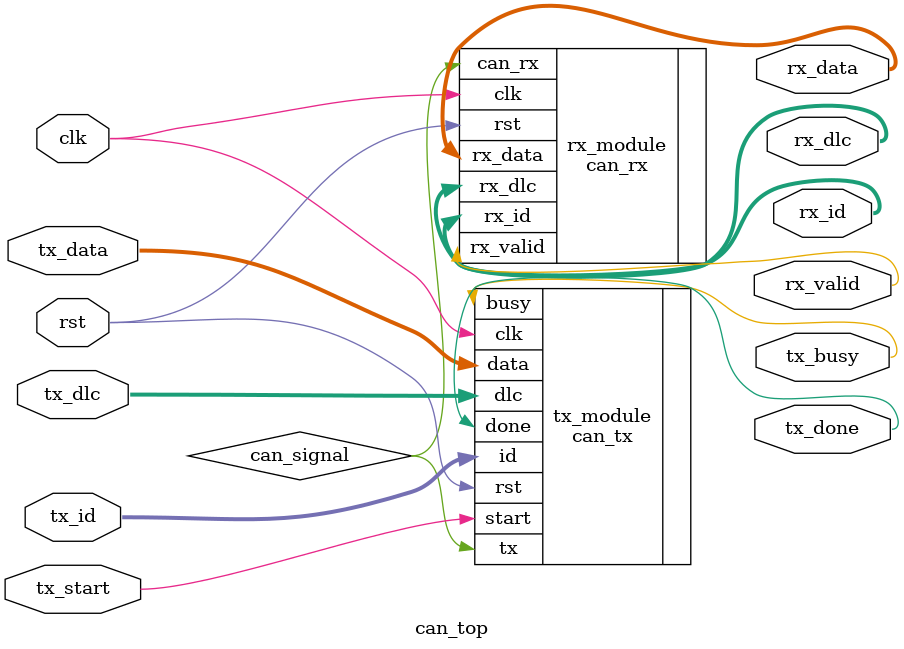
<source format=v>
`timescale 1ns / 1ps


module can_top (
    input clk,
    input rst,
    input tx_start,
    input [10:0] tx_id,
    input [3:0] tx_dlc,
    input [63:0] tx_data,
    output tx_busy,
    output tx_done,
    output [10:0] rx_id,
    output [3:0] rx_dlc,
    output [63:0] rx_data,
    output rx_valid
);

wire can_signal;

can_tx tx_module (
    .clk(clk), .rst(rst),
    .start(tx_start), .id(tx_id), 
    .dlc(tx_dlc), .data(tx_data),
    .tx(can_signal), .busy(tx_busy), .done(tx_done)
);

can_rx rx_module (
    .clk(clk), .rst(rst),
    .can_rx(can_signal),
    .rx_id(rx_id), .rx_dlc(rx_dlc), 
    .rx_data(rx_data), .rx_valid(rx_valid)
);

endmodule

</source>
